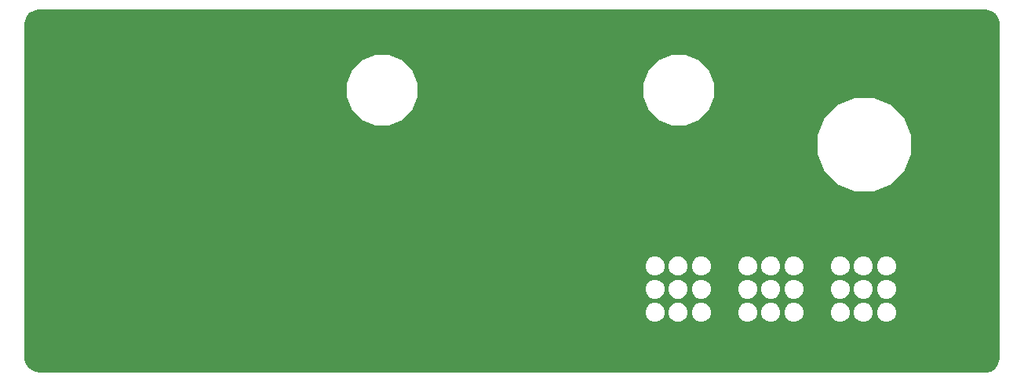
<source format=gtl>
G04 #@! TF.GenerationSoftware,KiCad,Pcbnew,5.0.2-bee76a0~70~ubuntu16.04.1*
G04 #@! TF.CreationDate,2019-09-01T12:37:42-07:00*
G04 #@! TF.ProjectId,endcap,656e6463-6170-42e6-9b69-6361645f7063,rev?*
G04 #@! TF.SameCoordinates,PX2faf080PY2faf080*
G04 #@! TF.FileFunction,Copper,L1,Top*
G04 #@! TF.FilePolarity,Positive*
%FSLAX46Y46*%
G04 Gerber Fmt 4.6, Leading zero omitted, Abs format (unit mm)*
G04 Created by KiCad (PCBNEW 5.0.2-bee76a0~70~ubuntu16.04.1) date Sun 01 Sep 2019 12:37:42 PM PDT*
%MOMM*%
%LPD*%
G01*
G04 APERTURE LIST*
G04 #@! TA.AperFunction,ComponentPad*
%ADD10C,4.900000*%
G04 #@! TD*
G04 #@! TA.AperFunction,Conductor*
%ADD11C,0.200000*%
G04 #@! TD*
G04 APERTURE END LIST*
D10*
G04 #@! TO.P,MH1,1*
G04 #@! TO.N,Earth*
X4000000Y-4000000D03*
G04 #@! TD*
G04 #@! TO.P,MH2,1*
G04 #@! TO.N,Earth*
X102000000Y-4000000D03*
G04 #@! TD*
G04 #@! TO.P,MH3,1*
G04 #@! TO.N,Earth*
X102000000Y-36000000D03*
G04 #@! TD*
G04 #@! TO.P,MH4,1*
G04 #@! TO.N,Earth*
X4000000Y-36000000D03*
G04 #@! TD*
D11*
G04 #@! TO.N,Earth*
G36*
X104426658Y-540949D02*
X104819014Y-719342D01*
X105145532Y-1000688D01*
X105379961Y-1362368D01*
X105508162Y-1791043D01*
X105525000Y-2017626D01*
X105525001Y-37966151D01*
X105459052Y-38426656D01*
X105280658Y-38819015D01*
X104999312Y-39145532D01*
X104637631Y-39379962D01*
X104208957Y-39508162D01*
X103982374Y-39525000D01*
X2033842Y-39525000D01*
X1573344Y-39459052D01*
X1180985Y-39280658D01*
X854468Y-38999312D01*
X620038Y-38637631D01*
X491838Y-38208957D01*
X475000Y-37982374D01*
X475000Y-32881196D01*
X67300000Y-32881196D01*
X67300000Y-33318804D01*
X67467465Y-33723100D01*
X67776900Y-34032535D01*
X68181196Y-34200000D01*
X68618804Y-34200000D01*
X69023100Y-34032535D01*
X69332535Y-33723100D01*
X69500000Y-33318804D01*
X69500000Y-32881196D01*
X69800000Y-32881196D01*
X69800000Y-33318804D01*
X69967465Y-33723100D01*
X70276900Y-34032535D01*
X70681196Y-34200000D01*
X71118804Y-34200000D01*
X71523100Y-34032535D01*
X71832535Y-33723100D01*
X72000000Y-33318804D01*
X72000000Y-32881196D01*
X72300000Y-32881196D01*
X72300000Y-33318804D01*
X72467465Y-33723100D01*
X72776900Y-34032535D01*
X73181196Y-34200000D01*
X73618804Y-34200000D01*
X74023100Y-34032535D01*
X74332535Y-33723100D01*
X74500000Y-33318804D01*
X74500000Y-32881196D01*
X77300000Y-32881196D01*
X77300000Y-33318804D01*
X77467465Y-33723100D01*
X77776900Y-34032535D01*
X78181196Y-34200000D01*
X78618804Y-34200000D01*
X79023100Y-34032535D01*
X79332535Y-33723100D01*
X79500000Y-33318804D01*
X79500000Y-32881196D01*
X79800000Y-32881196D01*
X79800000Y-33318804D01*
X79967465Y-33723100D01*
X80276900Y-34032535D01*
X80681196Y-34200000D01*
X81118804Y-34200000D01*
X81523100Y-34032535D01*
X81832535Y-33723100D01*
X82000000Y-33318804D01*
X82000000Y-32881196D01*
X82300000Y-32881196D01*
X82300000Y-33318804D01*
X82467465Y-33723100D01*
X82776900Y-34032535D01*
X83181196Y-34200000D01*
X83618804Y-34200000D01*
X84023100Y-34032535D01*
X84332535Y-33723100D01*
X84500000Y-33318804D01*
X84500000Y-32881196D01*
X87300000Y-32881196D01*
X87300000Y-33318804D01*
X87467465Y-33723100D01*
X87776900Y-34032535D01*
X88181196Y-34200000D01*
X88618804Y-34200000D01*
X89023100Y-34032535D01*
X89332535Y-33723100D01*
X89500000Y-33318804D01*
X89500000Y-32881196D01*
X89800000Y-32881196D01*
X89800000Y-33318804D01*
X89967465Y-33723100D01*
X90276900Y-34032535D01*
X90681196Y-34200000D01*
X91118804Y-34200000D01*
X91523100Y-34032535D01*
X91832535Y-33723100D01*
X92000000Y-33318804D01*
X92000000Y-32881196D01*
X92300000Y-32881196D01*
X92300000Y-33318804D01*
X92467465Y-33723100D01*
X92776900Y-34032535D01*
X93181196Y-34200000D01*
X93618804Y-34200000D01*
X94023100Y-34032535D01*
X94332535Y-33723100D01*
X94500000Y-33318804D01*
X94500000Y-32881196D01*
X94332535Y-32476900D01*
X94023100Y-32167465D01*
X93618804Y-32000000D01*
X93181196Y-32000000D01*
X92776900Y-32167465D01*
X92467465Y-32476900D01*
X92300000Y-32881196D01*
X92000000Y-32881196D01*
X91832535Y-32476900D01*
X91523100Y-32167465D01*
X91118804Y-32000000D01*
X90681196Y-32000000D01*
X90276900Y-32167465D01*
X89967465Y-32476900D01*
X89800000Y-32881196D01*
X89500000Y-32881196D01*
X89332535Y-32476900D01*
X89023100Y-32167465D01*
X88618804Y-32000000D01*
X88181196Y-32000000D01*
X87776900Y-32167465D01*
X87467465Y-32476900D01*
X87300000Y-32881196D01*
X84500000Y-32881196D01*
X84332535Y-32476900D01*
X84023100Y-32167465D01*
X83618804Y-32000000D01*
X83181196Y-32000000D01*
X82776900Y-32167465D01*
X82467465Y-32476900D01*
X82300000Y-32881196D01*
X82000000Y-32881196D01*
X81832535Y-32476900D01*
X81523100Y-32167465D01*
X81118804Y-32000000D01*
X80681196Y-32000000D01*
X80276900Y-32167465D01*
X79967465Y-32476900D01*
X79800000Y-32881196D01*
X79500000Y-32881196D01*
X79332535Y-32476900D01*
X79023100Y-32167465D01*
X78618804Y-32000000D01*
X78181196Y-32000000D01*
X77776900Y-32167465D01*
X77467465Y-32476900D01*
X77300000Y-32881196D01*
X74500000Y-32881196D01*
X74332535Y-32476900D01*
X74023100Y-32167465D01*
X73618804Y-32000000D01*
X73181196Y-32000000D01*
X72776900Y-32167465D01*
X72467465Y-32476900D01*
X72300000Y-32881196D01*
X72000000Y-32881196D01*
X71832535Y-32476900D01*
X71523100Y-32167465D01*
X71118804Y-32000000D01*
X70681196Y-32000000D01*
X70276900Y-32167465D01*
X69967465Y-32476900D01*
X69800000Y-32881196D01*
X69500000Y-32881196D01*
X69332535Y-32476900D01*
X69023100Y-32167465D01*
X68618804Y-32000000D01*
X68181196Y-32000000D01*
X67776900Y-32167465D01*
X67467465Y-32476900D01*
X67300000Y-32881196D01*
X475000Y-32881196D01*
X475000Y-30381196D01*
X67300000Y-30381196D01*
X67300000Y-30818804D01*
X67467465Y-31223100D01*
X67776900Y-31532535D01*
X68181196Y-31700000D01*
X68618804Y-31700000D01*
X69023100Y-31532535D01*
X69332535Y-31223100D01*
X69500000Y-30818804D01*
X69500000Y-30381196D01*
X69800000Y-30381196D01*
X69800000Y-30818804D01*
X69967465Y-31223100D01*
X70276900Y-31532535D01*
X70681196Y-31700000D01*
X71118804Y-31700000D01*
X71523100Y-31532535D01*
X71832535Y-31223100D01*
X72000000Y-30818804D01*
X72000000Y-30381196D01*
X72300000Y-30381196D01*
X72300000Y-30818804D01*
X72467465Y-31223100D01*
X72776900Y-31532535D01*
X73181196Y-31700000D01*
X73618804Y-31700000D01*
X74023100Y-31532535D01*
X74332535Y-31223100D01*
X74500000Y-30818804D01*
X74500000Y-30381196D01*
X77300000Y-30381196D01*
X77300000Y-30818804D01*
X77467465Y-31223100D01*
X77776900Y-31532535D01*
X78181196Y-31700000D01*
X78618804Y-31700000D01*
X79023100Y-31532535D01*
X79332535Y-31223100D01*
X79500000Y-30818804D01*
X79500000Y-30381196D01*
X79800000Y-30381196D01*
X79800000Y-30818804D01*
X79967465Y-31223100D01*
X80276900Y-31532535D01*
X80681196Y-31700000D01*
X81118804Y-31700000D01*
X81523100Y-31532535D01*
X81832535Y-31223100D01*
X82000000Y-30818804D01*
X82000000Y-30381196D01*
X82300000Y-30381196D01*
X82300000Y-30818804D01*
X82467465Y-31223100D01*
X82776900Y-31532535D01*
X83181196Y-31700000D01*
X83618804Y-31700000D01*
X84023100Y-31532535D01*
X84332535Y-31223100D01*
X84500000Y-30818804D01*
X84500000Y-30381196D01*
X87300000Y-30381196D01*
X87300000Y-30818804D01*
X87467465Y-31223100D01*
X87776900Y-31532535D01*
X88181196Y-31700000D01*
X88618804Y-31700000D01*
X89023100Y-31532535D01*
X89332535Y-31223100D01*
X89500000Y-30818804D01*
X89500000Y-30381196D01*
X89800000Y-30381196D01*
X89800000Y-30818804D01*
X89967465Y-31223100D01*
X90276900Y-31532535D01*
X90681196Y-31700000D01*
X91118804Y-31700000D01*
X91523100Y-31532535D01*
X91832535Y-31223100D01*
X92000000Y-30818804D01*
X92000000Y-30381196D01*
X92300000Y-30381196D01*
X92300000Y-30818804D01*
X92467465Y-31223100D01*
X92776900Y-31532535D01*
X93181196Y-31700000D01*
X93618804Y-31700000D01*
X94023100Y-31532535D01*
X94332535Y-31223100D01*
X94500000Y-30818804D01*
X94500000Y-30381196D01*
X94332535Y-29976900D01*
X94023100Y-29667465D01*
X93618804Y-29500000D01*
X93181196Y-29500000D01*
X92776900Y-29667465D01*
X92467465Y-29976900D01*
X92300000Y-30381196D01*
X92000000Y-30381196D01*
X91832535Y-29976900D01*
X91523100Y-29667465D01*
X91118804Y-29500000D01*
X90681196Y-29500000D01*
X90276900Y-29667465D01*
X89967465Y-29976900D01*
X89800000Y-30381196D01*
X89500000Y-30381196D01*
X89332535Y-29976900D01*
X89023100Y-29667465D01*
X88618804Y-29500000D01*
X88181196Y-29500000D01*
X87776900Y-29667465D01*
X87467465Y-29976900D01*
X87300000Y-30381196D01*
X84500000Y-30381196D01*
X84332535Y-29976900D01*
X84023100Y-29667465D01*
X83618804Y-29500000D01*
X83181196Y-29500000D01*
X82776900Y-29667465D01*
X82467465Y-29976900D01*
X82300000Y-30381196D01*
X82000000Y-30381196D01*
X81832535Y-29976900D01*
X81523100Y-29667465D01*
X81118804Y-29500000D01*
X80681196Y-29500000D01*
X80276900Y-29667465D01*
X79967465Y-29976900D01*
X79800000Y-30381196D01*
X79500000Y-30381196D01*
X79332535Y-29976900D01*
X79023100Y-29667465D01*
X78618804Y-29500000D01*
X78181196Y-29500000D01*
X77776900Y-29667465D01*
X77467465Y-29976900D01*
X77300000Y-30381196D01*
X74500000Y-30381196D01*
X74332535Y-29976900D01*
X74023100Y-29667465D01*
X73618804Y-29500000D01*
X73181196Y-29500000D01*
X72776900Y-29667465D01*
X72467465Y-29976900D01*
X72300000Y-30381196D01*
X72000000Y-30381196D01*
X71832535Y-29976900D01*
X71523100Y-29667465D01*
X71118804Y-29500000D01*
X70681196Y-29500000D01*
X70276900Y-29667465D01*
X69967465Y-29976900D01*
X69800000Y-30381196D01*
X69500000Y-30381196D01*
X69332535Y-29976900D01*
X69023100Y-29667465D01*
X68618804Y-29500000D01*
X68181196Y-29500000D01*
X67776900Y-29667465D01*
X67467465Y-29976900D01*
X67300000Y-30381196D01*
X475000Y-30381196D01*
X475000Y-27881196D01*
X67300000Y-27881196D01*
X67300000Y-28318804D01*
X67467465Y-28723100D01*
X67776900Y-29032535D01*
X68181196Y-29200000D01*
X68618804Y-29200000D01*
X69023100Y-29032535D01*
X69332535Y-28723100D01*
X69500000Y-28318804D01*
X69500000Y-27881196D01*
X69800000Y-27881196D01*
X69800000Y-28318804D01*
X69967465Y-28723100D01*
X70276900Y-29032535D01*
X70681196Y-29200000D01*
X71118804Y-29200000D01*
X71523100Y-29032535D01*
X71832535Y-28723100D01*
X72000000Y-28318804D01*
X72000000Y-27881196D01*
X72300000Y-27881196D01*
X72300000Y-28318804D01*
X72467465Y-28723100D01*
X72776900Y-29032535D01*
X73181196Y-29200000D01*
X73618804Y-29200000D01*
X74023100Y-29032535D01*
X74332535Y-28723100D01*
X74500000Y-28318804D01*
X74500000Y-27881196D01*
X77300000Y-27881196D01*
X77300000Y-28318804D01*
X77467465Y-28723100D01*
X77776900Y-29032535D01*
X78181196Y-29200000D01*
X78618804Y-29200000D01*
X79023100Y-29032535D01*
X79332535Y-28723100D01*
X79500000Y-28318804D01*
X79500000Y-27881196D01*
X79800000Y-27881196D01*
X79800000Y-28318804D01*
X79967465Y-28723100D01*
X80276900Y-29032535D01*
X80681196Y-29200000D01*
X81118804Y-29200000D01*
X81523100Y-29032535D01*
X81832535Y-28723100D01*
X82000000Y-28318804D01*
X82000000Y-27881196D01*
X82300000Y-27881196D01*
X82300000Y-28318804D01*
X82467465Y-28723100D01*
X82776900Y-29032535D01*
X83181196Y-29200000D01*
X83618804Y-29200000D01*
X84023100Y-29032535D01*
X84332535Y-28723100D01*
X84500000Y-28318804D01*
X84500000Y-27881196D01*
X87300000Y-27881196D01*
X87300000Y-28318804D01*
X87467465Y-28723100D01*
X87776900Y-29032535D01*
X88181196Y-29200000D01*
X88618804Y-29200000D01*
X89023100Y-29032535D01*
X89332535Y-28723100D01*
X89500000Y-28318804D01*
X89500000Y-27881196D01*
X89800000Y-27881196D01*
X89800000Y-28318804D01*
X89967465Y-28723100D01*
X90276900Y-29032535D01*
X90681196Y-29200000D01*
X91118804Y-29200000D01*
X91523100Y-29032535D01*
X91832535Y-28723100D01*
X92000000Y-28318804D01*
X92000000Y-27881196D01*
X92300000Y-27881196D01*
X92300000Y-28318804D01*
X92467465Y-28723100D01*
X92776900Y-29032535D01*
X93181196Y-29200000D01*
X93618804Y-29200000D01*
X94023100Y-29032535D01*
X94332535Y-28723100D01*
X94500000Y-28318804D01*
X94500000Y-27881196D01*
X94332535Y-27476900D01*
X94023100Y-27167465D01*
X93618804Y-27000000D01*
X93181196Y-27000000D01*
X92776900Y-27167465D01*
X92467465Y-27476900D01*
X92300000Y-27881196D01*
X92000000Y-27881196D01*
X91832535Y-27476900D01*
X91523100Y-27167465D01*
X91118804Y-27000000D01*
X90681196Y-27000000D01*
X90276900Y-27167465D01*
X89967465Y-27476900D01*
X89800000Y-27881196D01*
X89500000Y-27881196D01*
X89332535Y-27476900D01*
X89023100Y-27167465D01*
X88618804Y-27000000D01*
X88181196Y-27000000D01*
X87776900Y-27167465D01*
X87467465Y-27476900D01*
X87300000Y-27881196D01*
X84500000Y-27881196D01*
X84332535Y-27476900D01*
X84023100Y-27167465D01*
X83618804Y-27000000D01*
X83181196Y-27000000D01*
X82776900Y-27167465D01*
X82467465Y-27476900D01*
X82300000Y-27881196D01*
X82000000Y-27881196D01*
X81832535Y-27476900D01*
X81523100Y-27167465D01*
X81118804Y-27000000D01*
X80681196Y-27000000D01*
X80276900Y-27167465D01*
X79967465Y-27476900D01*
X79800000Y-27881196D01*
X79500000Y-27881196D01*
X79332535Y-27476900D01*
X79023100Y-27167465D01*
X78618804Y-27000000D01*
X78181196Y-27000000D01*
X77776900Y-27167465D01*
X77467465Y-27476900D01*
X77300000Y-27881196D01*
X74500000Y-27881196D01*
X74332535Y-27476900D01*
X74023100Y-27167465D01*
X73618804Y-27000000D01*
X73181196Y-27000000D01*
X72776900Y-27167465D01*
X72467465Y-27476900D01*
X72300000Y-27881196D01*
X72000000Y-27881196D01*
X71832535Y-27476900D01*
X71523100Y-27167465D01*
X71118804Y-27000000D01*
X70681196Y-27000000D01*
X70276900Y-27167465D01*
X69967465Y-27476900D01*
X69800000Y-27881196D01*
X69500000Y-27881196D01*
X69332535Y-27476900D01*
X69023100Y-27167465D01*
X68618804Y-27000000D01*
X68181196Y-27000000D01*
X67776900Y-27167465D01*
X67467465Y-27476900D01*
X67300000Y-27881196D01*
X475000Y-27881196D01*
X475000Y-13975601D01*
X85850000Y-13975601D01*
X85850000Y-16024399D01*
X86634041Y-17917240D01*
X88082760Y-19365959D01*
X89975601Y-20150000D01*
X92024399Y-20150000D01*
X93917240Y-19365959D01*
X95365959Y-17917240D01*
X96150000Y-16024399D01*
X96150000Y-13975601D01*
X95365959Y-12082760D01*
X93917240Y-10634041D01*
X92024399Y-9850000D01*
X89975601Y-9850000D01*
X88082760Y-10634041D01*
X86634041Y-12082760D01*
X85850000Y-13975601D01*
X475000Y-13975601D01*
X475000Y-8359242D01*
X35100000Y-8359242D01*
X35100000Y-9910758D01*
X35693739Y-11344173D01*
X36790827Y-12441261D01*
X38224242Y-13035000D01*
X39775758Y-13035000D01*
X41209173Y-12441261D01*
X42306261Y-11344173D01*
X42900000Y-9910758D01*
X42900000Y-8359242D01*
X67100000Y-8359242D01*
X67100000Y-9910758D01*
X67693739Y-11344173D01*
X68790827Y-12441261D01*
X70224242Y-13035000D01*
X71775758Y-13035000D01*
X73209173Y-12441261D01*
X74306261Y-11344173D01*
X74900000Y-9910758D01*
X74900000Y-8359242D01*
X74306261Y-6925827D01*
X73209173Y-5828739D01*
X71775758Y-5235000D01*
X70224242Y-5235000D01*
X68790827Y-5828739D01*
X67693739Y-6925827D01*
X67100000Y-8359242D01*
X42900000Y-8359242D01*
X42306261Y-6925827D01*
X41209173Y-5828739D01*
X39775758Y-5235000D01*
X38224242Y-5235000D01*
X36790827Y-5828739D01*
X35693739Y-6925827D01*
X35100000Y-8359242D01*
X475000Y-8359242D01*
X475000Y-2033842D01*
X540949Y-1573342D01*
X719342Y-1180986D01*
X1000688Y-854468D01*
X1362368Y-620039D01*
X1791043Y-491838D01*
X2017626Y-475000D01*
X103966158Y-475000D01*
X104426658Y-540949D01*
X104426658Y-540949D01*
G37*
X104426658Y-540949D02*
X104819014Y-719342D01*
X105145532Y-1000688D01*
X105379961Y-1362368D01*
X105508162Y-1791043D01*
X105525000Y-2017626D01*
X105525001Y-37966151D01*
X105459052Y-38426656D01*
X105280658Y-38819015D01*
X104999312Y-39145532D01*
X104637631Y-39379962D01*
X104208957Y-39508162D01*
X103982374Y-39525000D01*
X2033842Y-39525000D01*
X1573344Y-39459052D01*
X1180985Y-39280658D01*
X854468Y-38999312D01*
X620038Y-38637631D01*
X491838Y-38208957D01*
X475000Y-37982374D01*
X475000Y-32881196D01*
X67300000Y-32881196D01*
X67300000Y-33318804D01*
X67467465Y-33723100D01*
X67776900Y-34032535D01*
X68181196Y-34200000D01*
X68618804Y-34200000D01*
X69023100Y-34032535D01*
X69332535Y-33723100D01*
X69500000Y-33318804D01*
X69500000Y-32881196D01*
X69800000Y-32881196D01*
X69800000Y-33318804D01*
X69967465Y-33723100D01*
X70276900Y-34032535D01*
X70681196Y-34200000D01*
X71118804Y-34200000D01*
X71523100Y-34032535D01*
X71832535Y-33723100D01*
X72000000Y-33318804D01*
X72000000Y-32881196D01*
X72300000Y-32881196D01*
X72300000Y-33318804D01*
X72467465Y-33723100D01*
X72776900Y-34032535D01*
X73181196Y-34200000D01*
X73618804Y-34200000D01*
X74023100Y-34032535D01*
X74332535Y-33723100D01*
X74500000Y-33318804D01*
X74500000Y-32881196D01*
X77300000Y-32881196D01*
X77300000Y-33318804D01*
X77467465Y-33723100D01*
X77776900Y-34032535D01*
X78181196Y-34200000D01*
X78618804Y-34200000D01*
X79023100Y-34032535D01*
X79332535Y-33723100D01*
X79500000Y-33318804D01*
X79500000Y-32881196D01*
X79800000Y-32881196D01*
X79800000Y-33318804D01*
X79967465Y-33723100D01*
X80276900Y-34032535D01*
X80681196Y-34200000D01*
X81118804Y-34200000D01*
X81523100Y-34032535D01*
X81832535Y-33723100D01*
X82000000Y-33318804D01*
X82000000Y-32881196D01*
X82300000Y-32881196D01*
X82300000Y-33318804D01*
X82467465Y-33723100D01*
X82776900Y-34032535D01*
X83181196Y-34200000D01*
X83618804Y-34200000D01*
X84023100Y-34032535D01*
X84332535Y-33723100D01*
X84500000Y-33318804D01*
X84500000Y-32881196D01*
X87300000Y-32881196D01*
X87300000Y-33318804D01*
X87467465Y-33723100D01*
X87776900Y-34032535D01*
X88181196Y-34200000D01*
X88618804Y-34200000D01*
X89023100Y-34032535D01*
X89332535Y-33723100D01*
X89500000Y-33318804D01*
X89500000Y-32881196D01*
X89800000Y-32881196D01*
X89800000Y-33318804D01*
X89967465Y-33723100D01*
X90276900Y-34032535D01*
X90681196Y-34200000D01*
X91118804Y-34200000D01*
X91523100Y-34032535D01*
X91832535Y-33723100D01*
X92000000Y-33318804D01*
X92000000Y-32881196D01*
X92300000Y-32881196D01*
X92300000Y-33318804D01*
X92467465Y-33723100D01*
X92776900Y-34032535D01*
X93181196Y-34200000D01*
X93618804Y-34200000D01*
X94023100Y-34032535D01*
X94332535Y-33723100D01*
X94500000Y-33318804D01*
X94500000Y-32881196D01*
X94332535Y-32476900D01*
X94023100Y-32167465D01*
X93618804Y-32000000D01*
X93181196Y-32000000D01*
X92776900Y-32167465D01*
X92467465Y-32476900D01*
X92300000Y-32881196D01*
X92000000Y-32881196D01*
X91832535Y-32476900D01*
X91523100Y-32167465D01*
X91118804Y-32000000D01*
X90681196Y-32000000D01*
X90276900Y-32167465D01*
X89967465Y-32476900D01*
X89800000Y-32881196D01*
X89500000Y-32881196D01*
X89332535Y-32476900D01*
X89023100Y-32167465D01*
X88618804Y-32000000D01*
X88181196Y-32000000D01*
X87776900Y-32167465D01*
X87467465Y-32476900D01*
X87300000Y-32881196D01*
X84500000Y-32881196D01*
X84332535Y-32476900D01*
X84023100Y-32167465D01*
X83618804Y-32000000D01*
X83181196Y-32000000D01*
X82776900Y-32167465D01*
X82467465Y-32476900D01*
X82300000Y-32881196D01*
X82000000Y-32881196D01*
X81832535Y-32476900D01*
X81523100Y-32167465D01*
X81118804Y-32000000D01*
X80681196Y-32000000D01*
X80276900Y-32167465D01*
X79967465Y-32476900D01*
X79800000Y-32881196D01*
X79500000Y-32881196D01*
X79332535Y-32476900D01*
X79023100Y-32167465D01*
X78618804Y-32000000D01*
X78181196Y-32000000D01*
X77776900Y-32167465D01*
X77467465Y-32476900D01*
X77300000Y-32881196D01*
X74500000Y-32881196D01*
X74332535Y-32476900D01*
X74023100Y-32167465D01*
X73618804Y-32000000D01*
X73181196Y-32000000D01*
X72776900Y-32167465D01*
X72467465Y-32476900D01*
X72300000Y-32881196D01*
X72000000Y-32881196D01*
X71832535Y-32476900D01*
X71523100Y-32167465D01*
X71118804Y-32000000D01*
X70681196Y-32000000D01*
X70276900Y-32167465D01*
X69967465Y-32476900D01*
X69800000Y-32881196D01*
X69500000Y-32881196D01*
X69332535Y-32476900D01*
X69023100Y-32167465D01*
X68618804Y-32000000D01*
X68181196Y-32000000D01*
X67776900Y-32167465D01*
X67467465Y-32476900D01*
X67300000Y-32881196D01*
X475000Y-32881196D01*
X475000Y-30381196D01*
X67300000Y-30381196D01*
X67300000Y-30818804D01*
X67467465Y-31223100D01*
X67776900Y-31532535D01*
X68181196Y-31700000D01*
X68618804Y-31700000D01*
X69023100Y-31532535D01*
X69332535Y-31223100D01*
X69500000Y-30818804D01*
X69500000Y-30381196D01*
X69800000Y-30381196D01*
X69800000Y-30818804D01*
X69967465Y-31223100D01*
X70276900Y-31532535D01*
X70681196Y-31700000D01*
X71118804Y-31700000D01*
X71523100Y-31532535D01*
X71832535Y-31223100D01*
X72000000Y-30818804D01*
X72000000Y-30381196D01*
X72300000Y-30381196D01*
X72300000Y-30818804D01*
X72467465Y-31223100D01*
X72776900Y-31532535D01*
X73181196Y-31700000D01*
X73618804Y-31700000D01*
X74023100Y-31532535D01*
X74332535Y-31223100D01*
X74500000Y-30818804D01*
X74500000Y-30381196D01*
X77300000Y-30381196D01*
X77300000Y-30818804D01*
X77467465Y-31223100D01*
X77776900Y-31532535D01*
X78181196Y-31700000D01*
X78618804Y-31700000D01*
X79023100Y-31532535D01*
X79332535Y-31223100D01*
X79500000Y-30818804D01*
X79500000Y-30381196D01*
X79800000Y-30381196D01*
X79800000Y-30818804D01*
X79967465Y-31223100D01*
X80276900Y-31532535D01*
X80681196Y-31700000D01*
X81118804Y-31700000D01*
X81523100Y-31532535D01*
X81832535Y-31223100D01*
X82000000Y-30818804D01*
X82000000Y-30381196D01*
X82300000Y-30381196D01*
X82300000Y-30818804D01*
X82467465Y-31223100D01*
X82776900Y-31532535D01*
X83181196Y-31700000D01*
X83618804Y-31700000D01*
X84023100Y-31532535D01*
X84332535Y-31223100D01*
X84500000Y-30818804D01*
X84500000Y-30381196D01*
X87300000Y-30381196D01*
X87300000Y-30818804D01*
X87467465Y-31223100D01*
X87776900Y-31532535D01*
X88181196Y-31700000D01*
X88618804Y-31700000D01*
X89023100Y-31532535D01*
X89332535Y-31223100D01*
X89500000Y-30818804D01*
X89500000Y-30381196D01*
X89800000Y-30381196D01*
X89800000Y-30818804D01*
X89967465Y-31223100D01*
X90276900Y-31532535D01*
X90681196Y-31700000D01*
X91118804Y-31700000D01*
X91523100Y-31532535D01*
X91832535Y-31223100D01*
X92000000Y-30818804D01*
X92000000Y-30381196D01*
X92300000Y-30381196D01*
X92300000Y-30818804D01*
X92467465Y-31223100D01*
X92776900Y-31532535D01*
X93181196Y-31700000D01*
X93618804Y-31700000D01*
X94023100Y-31532535D01*
X94332535Y-31223100D01*
X94500000Y-30818804D01*
X94500000Y-30381196D01*
X94332535Y-29976900D01*
X94023100Y-29667465D01*
X93618804Y-29500000D01*
X93181196Y-29500000D01*
X92776900Y-29667465D01*
X92467465Y-29976900D01*
X92300000Y-30381196D01*
X92000000Y-30381196D01*
X91832535Y-29976900D01*
X91523100Y-29667465D01*
X91118804Y-29500000D01*
X90681196Y-29500000D01*
X90276900Y-29667465D01*
X89967465Y-29976900D01*
X89800000Y-30381196D01*
X89500000Y-30381196D01*
X89332535Y-29976900D01*
X89023100Y-29667465D01*
X88618804Y-29500000D01*
X88181196Y-29500000D01*
X87776900Y-29667465D01*
X87467465Y-29976900D01*
X87300000Y-30381196D01*
X84500000Y-30381196D01*
X84332535Y-29976900D01*
X84023100Y-29667465D01*
X83618804Y-29500000D01*
X83181196Y-29500000D01*
X82776900Y-29667465D01*
X82467465Y-29976900D01*
X82300000Y-30381196D01*
X82000000Y-30381196D01*
X81832535Y-29976900D01*
X81523100Y-29667465D01*
X81118804Y-29500000D01*
X80681196Y-29500000D01*
X80276900Y-29667465D01*
X79967465Y-29976900D01*
X79800000Y-30381196D01*
X79500000Y-30381196D01*
X79332535Y-29976900D01*
X79023100Y-29667465D01*
X78618804Y-29500000D01*
X78181196Y-29500000D01*
X77776900Y-29667465D01*
X77467465Y-29976900D01*
X77300000Y-30381196D01*
X74500000Y-30381196D01*
X74332535Y-29976900D01*
X74023100Y-29667465D01*
X73618804Y-29500000D01*
X73181196Y-29500000D01*
X72776900Y-29667465D01*
X72467465Y-29976900D01*
X72300000Y-30381196D01*
X72000000Y-30381196D01*
X71832535Y-29976900D01*
X71523100Y-29667465D01*
X71118804Y-29500000D01*
X70681196Y-29500000D01*
X70276900Y-29667465D01*
X69967465Y-29976900D01*
X69800000Y-30381196D01*
X69500000Y-30381196D01*
X69332535Y-29976900D01*
X69023100Y-29667465D01*
X68618804Y-29500000D01*
X68181196Y-29500000D01*
X67776900Y-29667465D01*
X67467465Y-29976900D01*
X67300000Y-30381196D01*
X475000Y-30381196D01*
X475000Y-27881196D01*
X67300000Y-27881196D01*
X67300000Y-28318804D01*
X67467465Y-28723100D01*
X67776900Y-29032535D01*
X68181196Y-29200000D01*
X68618804Y-29200000D01*
X69023100Y-29032535D01*
X69332535Y-28723100D01*
X69500000Y-28318804D01*
X69500000Y-27881196D01*
X69800000Y-27881196D01*
X69800000Y-28318804D01*
X69967465Y-28723100D01*
X70276900Y-29032535D01*
X70681196Y-29200000D01*
X71118804Y-29200000D01*
X71523100Y-29032535D01*
X71832535Y-28723100D01*
X72000000Y-28318804D01*
X72000000Y-27881196D01*
X72300000Y-27881196D01*
X72300000Y-28318804D01*
X72467465Y-28723100D01*
X72776900Y-29032535D01*
X73181196Y-29200000D01*
X73618804Y-29200000D01*
X74023100Y-29032535D01*
X74332535Y-28723100D01*
X74500000Y-28318804D01*
X74500000Y-27881196D01*
X77300000Y-27881196D01*
X77300000Y-28318804D01*
X77467465Y-28723100D01*
X77776900Y-29032535D01*
X78181196Y-29200000D01*
X78618804Y-29200000D01*
X79023100Y-29032535D01*
X79332535Y-28723100D01*
X79500000Y-28318804D01*
X79500000Y-27881196D01*
X79800000Y-27881196D01*
X79800000Y-28318804D01*
X79967465Y-28723100D01*
X80276900Y-29032535D01*
X80681196Y-29200000D01*
X81118804Y-29200000D01*
X81523100Y-29032535D01*
X81832535Y-28723100D01*
X82000000Y-28318804D01*
X82000000Y-27881196D01*
X82300000Y-27881196D01*
X82300000Y-28318804D01*
X82467465Y-28723100D01*
X82776900Y-29032535D01*
X83181196Y-29200000D01*
X83618804Y-29200000D01*
X84023100Y-29032535D01*
X84332535Y-28723100D01*
X84500000Y-28318804D01*
X84500000Y-27881196D01*
X87300000Y-27881196D01*
X87300000Y-28318804D01*
X87467465Y-28723100D01*
X87776900Y-29032535D01*
X88181196Y-29200000D01*
X88618804Y-29200000D01*
X89023100Y-29032535D01*
X89332535Y-28723100D01*
X89500000Y-28318804D01*
X89500000Y-27881196D01*
X89800000Y-27881196D01*
X89800000Y-28318804D01*
X89967465Y-28723100D01*
X90276900Y-29032535D01*
X90681196Y-29200000D01*
X91118804Y-29200000D01*
X91523100Y-29032535D01*
X91832535Y-28723100D01*
X92000000Y-28318804D01*
X92000000Y-27881196D01*
X92300000Y-27881196D01*
X92300000Y-28318804D01*
X92467465Y-28723100D01*
X92776900Y-29032535D01*
X93181196Y-29200000D01*
X93618804Y-29200000D01*
X94023100Y-29032535D01*
X94332535Y-28723100D01*
X94500000Y-28318804D01*
X94500000Y-27881196D01*
X94332535Y-27476900D01*
X94023100Y-27167465D01*
X93618804Y-27000000D01*
X93181196Y-27000000D01*
X92776900Y-27167465D01*
X92467465Y-27476900D01*
X92300000Y-27881196D01*
X92000000Y-27881196D01*
X91832535Y-27476900D01*
X91523100Y-27167465D01*
X91118804Y-27000000D01*
X90681196Y-27000000D01*
X90276900Y-27167465D01*
X89967465Y-27476900D01*
X89800000Y-27881196D01*
X89500000Y-27881196D01*
X89332535Y-27476900D01*
X89023100Y-27167465D01*
X88618804Y-27000000D01*
X88181196Y-27000000D01*
X87776900Y-27167465D01*
X87467465Y-27476900D01*
X87300000Y-27881196D01*
X84500000Y-27881196D01*
X84332535Y-27476900D01*
X84023100Y-27167465D01*
X83618804Y-27000000D01*
X83181196Y-27000000D01*
X82776900Y-27167465D01*
X82467465Y-27476900D01*
X82300000Y-27881196D01*
X82000000Y-27881196D01*
X81832535Y-27476900D01*
X81523100Y-27167465D01*
X81118804Y-27000000D01*
X80681196Y-27000000D01*
X80276900Y-27167465D01*
X79967465Y-27476900D01*
X79800000Y-27881196D01*
X79500000Y-27881196D01*
X79332535Y-27476900D01*
X79023100Y-27167465D01*
X78618804Y-27000000D01*
X78181196Y-27000000D01*
X77776900Y-27167465D01*
X77467465Y-27476900D01*
X77300000Y-27881196D01*
X74500000Y-27881196D01*
X74332535Y-27476900D01*
X74023100Y-27167465D01*
X73618804Y-27000000D01*
X73181196Y-27000000D01*
X72776900Y-27167465D01*
X72467465Y-27476900D01*
X72300000Y-27881196D01*
X72000000Y-27881196D01*
X71832535Y-27476900D01*
X71523100Y-27167465D01*
X71118804Y-27000000D01*
X70681196Y-27000000D01*
X70276900Y-27167465D01*
X69967465Y-27476900D01*
X69800000Y-27881196D01*
X69500000Y-27881196D01*
X69332535Y-27476900D01*
X69023100Y-27167465D01*
X68618804Y-27000000D01*
X68181196Y-27000000D01*
X67776900Y-27167465D01*
X67467465Y-27476900D01*
X67300000Y-27881196D01*
X475000Y-27881196D01*
X475000Y-13975601D01*
X85850000Y-13975601D01*
X85850000Y-16024399D01*
X86634041Y-17917240D01*
X88082760Y-19365959D01*
X89975601Y-20150000D01*
X92024399Y-20150000D01*
X93917240Y-19365959D01*
X95365959Y-17917240D01*
X96150000Y-16024399D01*
X96150000Y-13975601D01*
X95365959Y-12082760D01*
X93917240Y-10634041D01*
X92024399Y-9850000D01*
X89975601Y-9850000D01*
X88082760Y-10634041D01*
X86634041Y-12082760D01*
X85850000Y-13975601D01*
X475000Y-13975601D01*
X475000Y-8359242D01*
X35100000Y-8359242D01*
X35100000Y-9910758D01*
X35693739Y-11344173D01*
X36790827Y-12441261D01*
X38224242Y-13035000D01*
X39775758Y-13035000D01*
X41209173Y-12441261D01*
X42306261Y-11344173D01*
X42900000Y-9910758D01*
X42900000Y-8359242D01*
X67100000Y-8359242D01*
X67100000Y-9910758D01*
X67693739Y-11344173D01*
X68790827Y-12441261D01*
X70224242Y-13035000D01*
X71775758Y-13035000D01*
X73209173Y-12441261D01*
X74306261Y-11344173D01*
X74900000Y-9910758D01*
X74900000Y-8359242D01*
X74306261Y-6925827D01*
X73209173Y-5828739D01*
X71775758Y-5235000D01*
X70224242Y-5235000D01*
X68790827Y-5828739D01*
X67693739Y-6925827D01*
X67100000Y-8359242D01*
X42900000Y-8359242D01*
X42306261Y-6925827D01*
X41209173Y-5828739D01*
X39775758Y-5235000D01*
X38224242Y-5235000D01*
X36790827Y-5828739D01*
X35693739Y-6925827D01*
X35100000Y-8359242D01*
X475000Y-8359242D01*
X475000Y-2033842D01*
X540949Y-1573342D01*
X719342Y-1180986D01*
X1000688Y-854468D01*
X1362368Y-620039D01*
X1791043Y-491838D01*
X2017626Y-475000D01*
X103966158Y-475000D01*
X104426658Y-540949D01*
G04 #@! TD*
M02*

</source>
